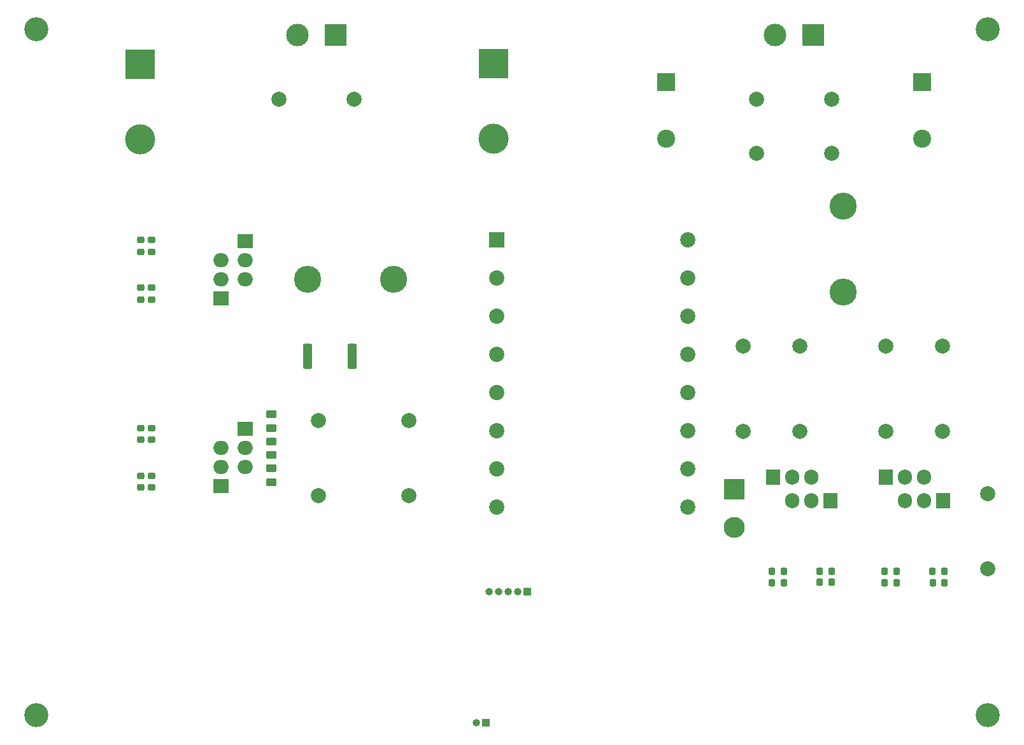
<source format=gbr>
%TF.GenerationSoftware,KiCad,Pcbnew,(6.0.9)*%
%TF.CreationDate,2023-07-13T02:30:16+01:00*%
%TF.ProjectId,Resonant_Converter_V1,5265736f-6e61-46e7-945f-436f6e766572,rev?*%
%TF.SameCoordinates,Original*%
%TF.FileFunction,Soldermask,Bot*%
%TF.FilePolarity,Negative*%
%FSLAX46Y46*%
G04 Gerber Fmt 4.6, Leading zero omitted, Abs format (unit mm)*
G04 Created by KiCad (PCBNEW (6.0.9)) date 2023-07-13 02:30:16*
%MOMM*%
%LPD*%
G01*
G04 APERTURE LIST*
G04 Aperture macros list*
%AMRoundRect*
0 Rectangle with rounded corners*
0 $1 Rounding radius*
0 $2 $3 $4 $5 $6 $7 $8 $9 X,Y pos of 4 corners*
0 Add a 4 corners polygon primitive as box body*
4,1,4,$2,$3,$4,$5,$6,$7,$8,$9,$2,$3,0*
0 Add four circle primitives for the rounded corners*
1,1,$1+$1,$2,$3*
1,1,$1+$1,$4,$5*
1,1,$1+$1,$6,$7*
1,1,$1+$1,$8,$9*
0 Add four rect primitives between the rounded corners*
20,1,$1+$1,$2,$3,$4,$5,0*
20,1,$1+$1,$4,$5,$6,$7,0*
20,1,$1+$1,$6,$7,$8,$9,0*
20,1,$1+$1,$8,$9,$2,$3,0*%
G04 Aperture macros list end*
%ADD10C,2.000000*%
%ADD11C,4.000000*%
%ADD12R,4.000000X4.000000*%
%ADD13C,3.600000*%
%ADD14R,3.000000X3.000000*%
%ADD15C,3.000000*%
%ADD16C,3.200000*%
%ADD17R,2.025000X2.025000*%
%ADD18C,2.025000*%
%ADD19R,2.400000X2.400000*%
%ADD20C,2.400000*%
%ADD21R,2.800000X2.800000*%
%ADD22O,2.800000X2.800000*%
%ADD23R,1.000000X1.000000*%
%ADD24O,1.000000X1.000000*%
%ADD25R,1.905000X2.000000*%
%ADD26O,1.905000X2.000000*%
%ADD27RoundRect,0.225000X-0.250000X0.225000X-0.250000X-0.225000X0.250000X-0.225000X0.250000X0.225000X0*%
%ADD28RoundRect,0.250000X-0.450000X0.262500X-0.450000X-0.262500X0.450000X-0.262500X0.450000X0.262500X0*%
%ADD29RoundRect,0.225000X-0.225000X-0.250000X0.225000X-0.250000X0.225000X0.250000X-0.225000X0.250000X0*%
%ADD30R,2.000000X1.905000*%
%ADD31O,2.000000X1.905000*%
%ADD32RoundRect,0.250000X0.362500X1.425000X-0.362500X1.425000X-0.362500X-1.425000X0.362500X-1.425000X0*%
%ADD33RoundRect,0.225000X0.225000X0.250000X-0.225000X0.250000X-0.225000X-0.250000X0.225000X-0.250000X0*%
%ADD34RoundRect,0.225000X0.250000X-0.225000X0.250000X0.225000X-0.250000X0.225000X-0.250000X-0.225000X0*%
G04 APERTURE END LIST*
D10*
%TO.C,C51*%
X147245000Y-72600000D03*
X154745000Y-72600000D03*
%TD*%
%TO.C,C50*%
X173700000Y-72600000D03*
X166200000Y-72600000D03*
%TD*%
%TO.C,C49*%
X166200000Y-84000000D03*
X173700000Y-84000000D03*
%TD*%
%TO.C,C20*%
X154745000Y-84000000D03*
X147245000Y-84000000D03*
%TD*%
D11*
%TO.C,C32*%
X114000000Y-45000000D03*
D12*
X114000000Y-35000000D03*
%TD*%
D13*
%TO.C,L1*%
X160500000Y-54000000D03*
X160500000Y-65430000D03*
%TD*%
D14*
%TO.C,J3*%
X93000000Y-31250000D03*
D15*
X87920000Y-31250000D03*
%TD*%
D12*
%TO.C,C54*%
X67000000Y-35144630D03*
D11*
X67000000Y-45144630D03*
%TD*%
D13*
%TO.C,L2*%
X100750000Y-63750000D03*
X89320000Y-63750000D03*
%TD*%
D16*
%TO.C,H2*%
X179750000Y-121750000D03*
%TD*%
D10*
%TO.C,C22*%
X102750000Y-82500000D03*
X102750000Y-92500000D03*
%TD*%
D16*
%TO.C,H3*%
X53250000Y-30500000D03*
%TD*%
D17*
%TO.C,U8*%
X114435000Y-58470000D03*
D18*
X114435000Y-63550000D03*
X114435000Y-68630000D03*
X114435000Y-73710000D03*
X114435000Y-78790000D03*
X114435000Y-83870000D03*
X114435000Y-88950000D03*
X114435000Y-94030000D03*
X139835000Y-94030000D03*
X139835000Y-88950000D03*
X139835000Y-83870000D03*
X139835000Y-78790000D03*
X139835000Y-73710000D03*
X139835000Y-68630000D03*
X139835000Y-63550000D03*
X139835000Y-58470000D03*
%TD*%
D19*
%TO.C,C41*%
X171000000Y-37500000D03*
D20*
X171000000Y-45000000D03*
%TD*%
D10*
%TO.C,C21*%
X149000000Y-39750000D03*
X159000000Y-39750000D03*
%TD*%
%TO.C,C48*%
X179750000Y-102250000D03*
X179750000Y-92250000D03*
%TD*%
%TO.C,C5*%
X149000000Y-47000000D03*
X159000000Y-47000000D03*
%TD*%
D21*
%TO.C,D2*%
X146000000Y-91670000D03*
D22*
X146000000Y-96750000D03*
%TD*%
D19*
%TO.C,C53*%
X137000000Y-37500000D03*
D20*
X137000000Y-45000000D03*
%TD*%
D10*
%TO.C,C52*%
X90750000Y-82500000D03*
X90750000Y-92500000D03*
%TD*%
%TO.C,C33*%
X95500000Y-39750000D03*
X85500000Y-39750000D03*
%TD*%
D23*
%TO.C,J5*%
X113000000Y-122750000D03*
D24*
X111730000Y-122750000D03*
%TD*%
D23*
%TO.C,J4*%
X118500000Y-105300000D03*
D24*
X117230000Y-105300000D03*
X115960000Y-105300000D03*
X114690000Y-105300000D03*
X113420000Y-105300000D03*
%TD*%
D16*
%TO.C,H4*%
X179750000Y-30500000D03*
%TD*%
D14*
%TO.C,J1*%
X156540000Y-31250000D03*
D15*
X151460000Y-31250000D03*
%TD*%
D16*
%TO.C,H1*%
X53250000Y-121750000D03*
%TD*%
D25*
%TO.C,Q2*%
X166180000Y-90027500D03*
D26*
X168720000Y-90027500D03*
X171260000Y-90027500D03*
%TD*%
D27*
%TO.C,C8*%
X67107500Y-64870000D03*
X67107500Y-66420000D03*
%TD*%
D28*
%TO.C,R26*%
X84500000Y-81687500D03*
X84500000Y-83512500D03*
%TD*%
D29*
%TO.C,C72*%
X172401904Y-104100000D03*
X173951904Y-104100000D03*
%TD*%
D30*
%TO.C,Q5*%
X77777500Y-91285000D03*
D31*
X77777500Y-88745000D03*
X77777500Y-86205000D03*
%TD*%
D32*
%TO.C,R14*%
X95212500Y-74000000D03*
X89287500Y-74000000D03*
%TD*%
D33*
%TO.C,C83*%
X152590000Y-102600000D03*
X151040000Y-102600000D03*
%TD*%
D28*
%TO.C,R24*%
X84500000Y-88887500D03*
X84500000Y-90712500D03*
%TD*%
D29*
%TO.C,C84*%
X157390000Y-104050000D03*
X158940000Y-104050000D03*
%TD*%
D33*
%TO.C,C76*%
X173940000Y-102600000D03*
X172390000Y-102600000D03*
%TD*%
%TO.C,C85*%
X157390000Y-102600000D03*
X158940000Y-102600000D03*
%TD*%
D27*
%TO.C,C7*%
X67107500Y-58525000D03*
X67107500Y-60075000D03*
%TD*%
D25*
%TO.C,Q7*%
X151180000Y-90027500D03*
D26*
X153720000Y-90027500D03*
X156260000Y-90027500D03*
%TD*%
D34*
%TO.C,C24*%
X67107500Y-91420000D03*
X67107500Y-89870000D03*
%TD*%
D27*
%TO.C,C25*%
X68547500Y-89870000D03*
X68547500Y-91420000D03*
%TD*%
D25*
%TO.C,Q6*%
X173800000Y-93222500D03*
D26*
X171260000Y-93222500D03*
X168720000Y-93222500D03*
%TD*%
D28*
%TO.C,R25*%
X84500000Y-85287500D03*
X84500000Y-87112500D03*
%TD*%
D29*
%TO.C,C82*%
X151045000Y-104090000D03*
X152595000Y-104090000D03*
%TD*%
D34*
%TO.C,C19*%
X68530000Y-85075000D03*
X68530000Y-83525000D03*
%TD*%
D29*
%TO.C,C71*%
X166040000Y-102600000D03*
X167590000Y-102600000D03*
%TD*%
D27*
%TO.C,C6*%
X68547500Y-58525000D03*
X68547500Y-60075000D03*
%TD*%
D25*
%TO.C,Q8*%
X158800000Y-93222500D03*
D26*
X156260000Y-93222500D03*
X153720000Y-93222500D03*
%TD*%
D30*
%TO.C,Q3*%
X77777500Y-66285000D03*
D31*
X77777500Y-63745000D03*
X77777500Y-61205000D03*
%TD*%
D30*
%TO.C,Q4*%
X80972500Y-83665000D03*
D31*
X80972500Y-86205000D03*
X80972500Y-88745000D03*
%TD*%
D34*
%TO.C,C9*%
X68547500Y-66420000D03*
X68547500Y-64870000D03*
%TD*%
D27*
%TO.C,C23*%
X67107500Y-83525000D03*
X67107500Y-85075000D03*
%TD*%
D29*
%TO.C,C28*%
X166040000Y-104090000D03*
X167590000Y-104090000D03*
%TD*%
D30*
%TO.C,Q1*%
X80972500Y-58665000D03*
D31*
X80972500Y-61205000D03*
X80972500Y-63745000D03*
%TD*%
M02*

</source>
